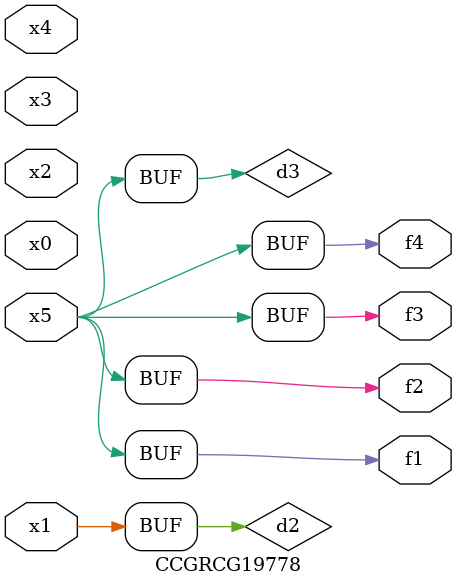
<source format=v>
module CCGRCG19778(
	input x0, x1, x2, x3, x4, x5,
	output f1, f2, f3, f4
);

	wire d1, d2, d3;

	not (d1, x5);
	or (d2, x1);
	xnor (d3, d1);
	assign f1 = d3;
	assign f2 = d3;
	assign f3 = d3;
	assign f4 = d3;
endmodule

</source>
